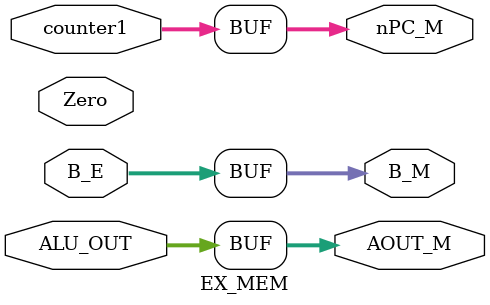
<source format=v>
module EX_MEM (counter1, Zero, ALU_OUT, B_E, nPC_M, AOUT_M, B_M);

    input [31:0] counter1;
    input [31:0] Zero;
    input [31:0] ALU_OUT;
    input [31:0] B_E;

    output reg [31:0] nPC_M;
    output reg [31:0] AOUT_M;
    output reg [31:0] B_M;

    always @(*) begin
        nPC_M <= counter1;
        AOUT_M <= ALU_OUT;
        B_M <= B_E;
    end


endmodule
</source>
